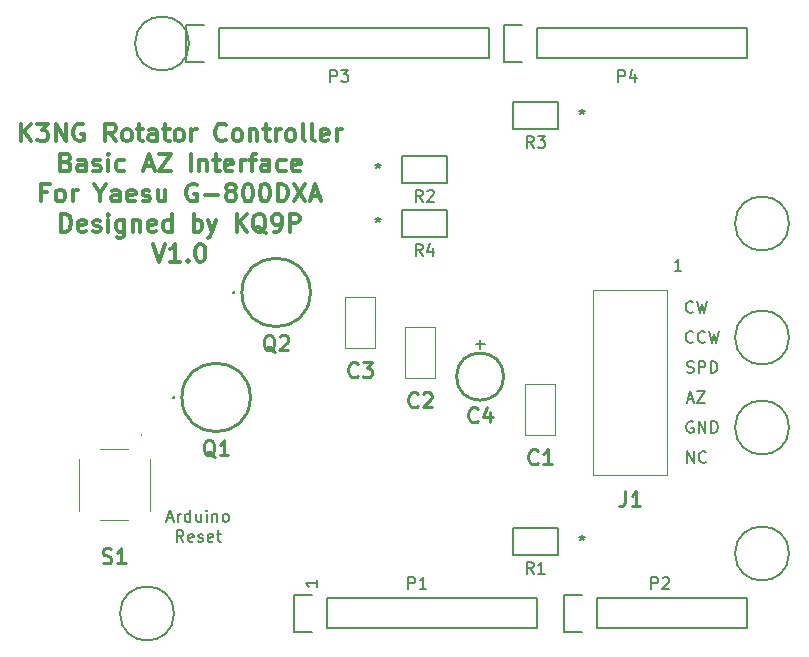
<source format=gto>
%TF.GenerationSoftware,KiCad,Pcbnew,(5.1.9)-1*%
%TF.CreationDate,2021-02-19T11:51:52-05:00*%
%TF.ProjectId,K3NG_rotator_shield,4b334e47-5f72-46f7-9461-746f725f7368,rev?*%
%TF.SameCoordinates,Original*%
%TF.FileFunction,Legend,Top*%
%TF.FilePolarity,Positive*%
%FSLAX46Y46*%
G04 Gerber Fmt 4.6, Leading zero omitted, Abs format (unit mm)*
G04 Created by KiCad (PCBNEW (5.1.9)-1) date 2021-02-19 11:51:52*
%MOMM*%
%LPD*%
G01*
G04 APERTURE LIST*
%ADD10C,0.150000*%
%ADD11C,0.200000*%
%ADD12C,0.300000*%
%ADD13C,0.100000*%
%ADD14C,0.152400*%
%ADD15C,0.254000*%
G04 APERTURE END LIST*
D10*
X152781047Y-101036428D02*
X153542952Y-101036428D01*
X153162000Y-101417380D02*
X153162000Y-100655476D01*
X170211714Y-94813380D02*
X169640285Y-94813380D01*
X169926000Y-94813380D02*
X169926000Y-93813380D01*
X169830761Y-93956238D01*
X169735523Y-94051476D01*
X169640285Y-94099095D01*
D11*
X126690761Y-115775666D02*
X127166952Y-115775666D01*
X126595523Y-116061380D02*
X126928857Y-115061380D01*
X127262190Y-116061380D01*
X127595523Y-116061380D02*
X127595523Y-115394714D01*
X127595523Y-115585190D02*
X127643142Y-115489952D01*
X127690761Y-115442333D01*
X127786000Y-115394714D01*
X127881238Y-115394714D01*
X128643142Y-116061380D02*
X128643142Y-115061380D01*
X128643142Y-116013761D02*
X128547904Y-116061380D01*
X128357428Y-116061380D01*
X128262190Y-116013761D01*
X128214571Y-115966142D01*
X128166952Y-115870904D01*
X128166952Y-115585190D01*
X128214571Y-115489952D01*
X128262190Y-115442333D01*
X128357428Y-115394714D01*
X128547904Y-115394714D01*
X128643142Y-115442333D01*
X129547904Y-115394714D02*
X129547904Y-116061380D01*
X129119333Y-115394714D02*
X129119333Y-115918523D01*
X129166952Y-116013761D01*
X129262190Y-116061380D01*
X129405047Y-116061380D01*
X129500285Y-116013761D01*
X129547904Y-115966142D01*
X130024095Y-116061380D02*
X130024095Y-115394714D01*
X130024095Y-115061380D02*
X129976476Y-115109000D01*
X130024095Y-115156619D01*
X130071714Y-115109000D01*
X130024095Y-115061380D01*
X130024095Y-115156619D01*
X130500285Y-115394714D02*
X130500285Y-116061380D01*
X130500285Y-115489952D02*
X130547904Y-115442333D01*
X130643142Y-115394714D01*
X130786000Y-115394714D01*
X130881238Y-115442333D01*
X130928857Y-115537571D01*
X130928857Y-116061380D01*
X131547904Y-116061380D02*
X131452666Y-116013761D01*
X131405047Y-115966142D01*
X131357428Y-115870904D01*
X131357428Y-115585190D01*
X131405047Y-115489952D01*
X131452666Y-115442333D01*
X131547904Y-115394714D01*
X131690761Y-115394714D01*
X131786000Y-115442333D01*
X131833619Y-115489952D01*
X131881238Y-115585190D01*
X131881238Y-115870904D01*
X131833619Y-115966142D01*
X131786000Y-116013761D01*
X131690761Y-116061380D01*
X131547904Y-116061380D01*
X128047904Y-117761380D02*
X127714571Y-117285190D01*
X127476476Y-117761380D02*
X127476476Y-116761380D01*
X127857428Y-116761380D01*
X127952666Y-116809000D01*
X128000285Y-116856619D01*
X128047904Y-116951857D01*
X128047904Y-117094714D01*
X128000285Y-117189952D01*
X127952666Y-117237571D01*
X127857428Y-117285190D01*
X127476476Y-117285190D01*
X128857428Y-117713761D02*
X128762190Y-117761380D01*
X128571714Y-117761380D01*
X128476476Y-117713761D01*
X128428857Y-117618523D01*
X128428857Y-117237571D01*
X128476476Y-117142333D01*
X128571714Y-117094714D01*
X128762190Y-117094714D01*
X128857428Y-117142333D01*
X128905047Y-117237571D01*
X128905047Y-117332809D01*
X128428857Y-117428047D01*
X129286000Y-117713761D02*
X129381238Y-117761380D01*
X129571714Y-117761380D01*
X129666952Y-117713761D01*
X129714571Y-117618523D01*
X129714571Y-117570904D01*
X129666952Y-117475666D01*
X129571714Y-117428047D01*
X129428857Y-117428047D01*
X129333619Y-117380428D01*
X129286000Y-117285190D01*
X129286000Y-117237571D01*
X129333619Y-117142333D01*
X129428857Y-117094714D01*
X129571714Y-117094714D01*
X129666952Y-117142333D01*
X130524095Y-117713761D02*
X130428857Y-117761380D01*
X130238380Y-117761380D01*
X130143142Y-117713761D01*
X130095523Y-117618523D01*
X130095523Y-117237571D01*
X130143142Y-117142333D01*
X130238380Y-117094714D01*
X130428857Y-117094714D01*
X130524095Y-117142333D01*
X130571714Y-117237571D01*
X130571714Y-117332809D01*
X130095523Y-117428047D01*
X130857428Y-117094714D02*
X131238380Y-117094714D01*
X131000285Y-116761380D02*
X131000285Y-117618523D01*
X131047904Y-117713761D01*
X131143142Y-117761380D01*
X131238380Y-117761380D01*
D12*
X114297714Y-83843571D02*
X114297714Y-82343571D01*
X115154857Y-83843571D02*
X114511999Y-82986428D01*
X115154857Y-82343571D02*
X114297714Y-83200714D01*
X115654857Y-82343571D02*
X116583428Y-82343571D01*
X116083428Y-82915000D01*
X116297714Y-82915000D01*
X116440571Y-82986428D01*
X116511999Y-83057857D01*
X116583428Y-83200714D01*
X116583428Y-83557857D01*
X116511999Y-83700714D01*
X116440571Y-83772142D01*
X116297714Y-83843571D01*
X115869142Y-83843571D01*
X115726285Y-83772142D01*
X115654857Y-83700714D01*
X117226285Y-83843571D02*
X117226285Y-82343571D01*
X118083428Y-83843571D01*
X118083428Y-82343571D01*
X119583428Y-82415000D02*
X119440571Y-82343571D01*
X119226285Y-82343571D01*
X119011999Y-82415000D01*
X118869142Y-82557857D01*
X118797714Y-82700714D01*
X118726285Y-82986428D01*
X118726285Y-83200714D01*
X118797714Y-83486428D01*
X118869142Y-83629285D01*
X119011999Y-83772142D01*
X119226285Y-83843571D01*
X119369142Y-83843571D01*
X119583428Y-83772142D01*
X119654857Y-83700714D01*
X119654857Y-83200714D01*
X119369142Y-83200714D01*
X122297714Y-83843571D02*
X121797714Y-83129285D01*
X121440571Y-83843571D02*
X121440571Y-82343571D01*
X122011999Y-82343571D01*
X122154857Y-82415000D01*
X122226285Y-82486428D01*
X122297714Y-82629285D01*
X122297714Y-82843571D01*
X122226285Y-82986428D01*
X122154857Y-83057857D01*
X122011999Y-83129285D01*
X121440571Y-83129285D01*
X123154857Y-83843571D02*
X123011999Y-83772142D01*
X122940571Y-83700714D01*
X122869142Y-83557857D01*
X122869142Y-83129285D01*
X122940571Y-82986428D01*
X123011999Y-82915000D01*
X123154857Y-82843571D01*
X123369142Y-82843571D01*
X123511999Y-82915000D01*
X123583428Y-82986428D01*
X123654857Y-83129285D01*
X123654857Y-83557857D01*
X123583428Y-83700714D01*
X123511999Y-83772142D01*
X123369142Y-83843571D01*
X123154857Y-83843571D01*
X124083428Y-82843571D02*
X124654857Y-82843571D01*
X124297714Y-82343571D02*
X124297714Y-83629285D01*
X124369142Y-83772142D01*
X124511999Y-83843571D01*
X124654857Y-83843571D01*
X125797714Y-83843571D02*
X125797714Y-83057857D01*
X125726285Y-82915000D01*
X125583428Y-82843571D01*
X125297714Y-82843571D01*
X125154857Y-82915000D01*
X125797714Y-83772142D02*
X125654857Y-83843571D01*
X125297714Y-83843571D01*
X125154857Y-83772142D01*
X125083428Y-83629285D01*
X125083428Y-83486428D01*
X125154857Y-83343571D01*
X125297714Y-83272142D01*
X125654857Y-83272142D01*
X125797714Y-83200714D01*
X126297714Y-82843571D02*
X126869142Y-82843571D01*
X126511999Y-82343571D02*
X126511999Y-83629285D01*
X126583428Y-83772142D01*
X126726285Y-83843571D01*
X126869142Y-83843571D01*
X127583428Y-83843571D02*
X127440571Y-83772142D01*
X127369142Y-83700714D01*
X127297714Y-83557857D01*
X127297714Y-83129285D01*
X127369142Y-82986428D01*
X127440571Y-82915000D01*
X127583428Y-82843571D01*
X127797714Y-82843571D01*
X127940571Y-82915000D01*
X128011999Y-82986428D01*
X128083428Y-83129285D01*
X128083428Y-83557857D01*
X128011999Y-83700714D01*
X127940571Y-83772142D01*
X127797714Y-83843571D01*
X127583428Y-83843571D01*
X128726285Y-83843571D02*
X128726285Y-82843571D01*
X128726285Y-83129285D02*
X128797714Y-82986428D01*
X128869142Y-82915000D01*
X129011999Y-82843571D01*
X129154857Y-82843571D01*
X131654857Y-83700714D02*
X131583428Y-83772142D01*
X131369142Y-83843571D01*
X131226285Y-83843571D01*
X131011999Y-83772142D01*
X130869142Y-83629285D01*
X130797714Y-83486428D01*
X130726285Y-83200714D01*
X130726285Y-82986428D01*
X130797714Y-82700714D01*
X130869142Y-82557857D01*
X131011999Y-82415000D01*
X131226285Y-82343571D01*
X131369142Y-82343571D01*
X131583428Y-82415000D01*
X131654857Y-82486428D01*
X132511999Y-83843571D02*
X132369142Y-83772142D01*
X132297714Y-83700714D01*
X132226285Y-83557857D01*
X132226285Y-83129285D01*
X132297714Y-82986428D01*
X132369142Y-82915000D01*
X132511999Y-82843571D01*
X132726285Y-82843571D01*
X132869142Y-82915000D01*
X132940571Y-82986428D01*
X133011999Y-83129285D01*
X133011999Y-83557857D01*
X132940571Y-83700714D01*
X132869142Y-83772142D01*
X132726285Y-83843571D01*
X132511999Y-83843571D01*
X133654857Y-82843571D02*
X133654857Y-83843571D01*
X133654857Y-82986428D02*
X133726285Y-82915000D01*
X133869142Y-82843571D01*
X134083428Y-82843571D01*
X134226285Y-82915000D01*
X134297714Y-83057857D01*
X134297714Y-83843571D01*
X134797714Y-82843571D02*
X135369142Y-82843571D01*
X135012000Y-82343571D02*
X135012000Y-83629285D01*
X135083428Y-83772142D01*
X135226285Y-83843571D01*
X135369142Y-83843571D01*
X135869142Y-83843571D02*
X135869142Y-82843571D01*
X135869142Y-83129285D02*
X135940571Y-82986428D01*
X136012000Y-82915000D01*
X136154857Y-82843571D01*
X136297714Y-82843571D01*
X137012000Y-83843571D02*
X136869142Y-83772142D01*
X136797714Y-83700714D01*
X136726285Y-83557857D01*
X136726285Y-83129285D01*
X136797714Y-82986428D01*
X136869142Y-82915000D01*
X137012000Y-82843571D01*
X137226285Y-82843571D01*
X137369142Y-82915000D01*
X137440571Y-82986428D01*
X137512000Y-83129285D01*
X137512000Y-83557857D01*
X137440571Y-83700714D01*
X137369142Y-83772142D01*
X137226285Y-83843571D01*
X137012000Y-83843571D01*
X138369142Y-83843571D02*
X138226285Y-83772142D01*
X138154857Y-83629285D01*
X138154857Y-82343571D01*
X139154857Y-83843571D02*
X139012000Y-83772142D01*
X138940571Y-83629285D01*
X138940571Y-82343571D01*
X140297714Y-83772142D02*
X140154857Y-83843571D01*
X139869142Y-83843571D01*
X139726285Y-83772142D01*
X139654857Y-83629285D01*
X139654857Y-83057857D01*
X139726285Y-82915000D01*
X139869142Y-82843571D01*
X140154857Y-82843571D01*
X140297714Y-82915000D01*
X140369142Y-83057857D01*
X140369142Y-83200714D01*
X139654857Y-83343571D01*
X141012000Y-83843571D02*
X141012000Y-82843571D01*
X141012000Y-83129285D02*
X141083428Y-82986428D01*
X141154857Y-82915000D01*
X141297714Y-82843571D01*
X141440571Y-82843571D01*
X118119142Y-85607857D02*
X118333428Y-85679285D01*
X118404857Y-85750714D01*
X118476285Y-85893571D01*
X118476285Y-86107857D01*
X118404857Y-86250714D01*
X118333428Y-86322142D01*
X118190571Y-86393571D01*
X117619142Y-86393571D01*
X117619142Y-84893571D01*
X118119142Y-84893571D01*
X118262000Y-84965000D01*
X118333428Y-85036428D01*
X118404857Y-85179285D01*
X118404857Y-85322142D01*
X118333428Y-85465000D01*
X118262000Y-85536428D01*
X118119142Y-85607857D01*
X117619142Y-85607857D01*
X119762000Y-86393571D02*
X119762000Y-85607857D01*
X119690571Y-85465000D01*
X119547714Y-85393571D01*
X119262000Y-85393571D01*
X119119142Y-85465000D01*
X119762000Y-86322142D02*
X119619142Y-86393571D01*
X119262000Y-86393571D01*
X119119142Y-86322142D01*
X119047714Y-86179285D01*
X119047714Y-86036428D01*
X119119142Y-85893571D01*
X119262000Y-85822142D01*
X119619142Y-85822142D01*
X119762000Y-85750714D01*
X120404857Y-86322142D02*
X120547714Y-86393571D01*
X120833428Y-86393571D01*
X120976285Y-86322142D01*
X121047714Y-86179285D01*
X121047714Y-86107857D01*
X120976285Y-85965000D01*
X120833428Y-85893571D01*
X120619142Y-85893571D01*
X120476285Y-85822142D01*
X120404857Y-85679285D01*
X120404857Y-85607857D01*
X120476285Y-85465000D01*
X120619142Y-85393571D01*
X120833428Y-85393571D01*
X120976285Y-85465000D01*
X121690571Y-86393571D02*
X121690571Y-85393571D01*
X121690571Y-84893571D02*
X121619142Y-84965000D01*
X121690571Y-85036428D01*
X121762000Y-84965000D01*
X121690571Y-84893571D01*
X121690571Y-85036428D01*
X123047714Y-86322142D02*
X122904857Y-86393571D01*
X122619142Y-86393571D01*
X122476285Y-86322142D01*
X122404857Y-86250714D01*
X122333428Y-86107857D01*
X122333428Y-85679285D01*
X122404857Y-85536428D01*
X122476285Y-85465000D01*
X122619142Y-85393571D01*
X122904857Y-85393571D01*
X123047714Y-85465000D01*
X124762000Y-85965000D02*
X125476285Y-85965000D01*
X124619142Y-86393571D02*
X125119142Y-84893571D01*
X125619142Y-86393571D01*
X125976285Y-84893571D02*
X126976285Y-84893571D01*
X125976285Y-86393571D01*
X126976285Y-86393571D01*
X128690571Y-86393571D02*
X128690571Y-84893571D01*
X129404857Y-85393571D02*
X129404857Y-86393571D01*
X129404857Y-85536428D02*
X129476285Y-85465000D01*
X129619142Y-85393571D01*
X129833428Y-85393571D01*
X129976285Y-85465000D01*
X130047714Y-85607857D01*
X130047714Y-86393571D01*
X130547714Y-85393571D02*
X131119142Y-85393571D01*
X130762000Y-84893571D02*
X130762000Y-86179285D01*
X130833428Y-86322142D01*
X130976285Y-86393571D01*
X131119142Y-86393571D01*
X132190571Y-86322142D02*
X132047714Y-86393571D01*
X131762000Y-86393571D01*
X131619142Y-86322142D01*
X131547714Y-86179285D01*
X131547714Y-85607857D01*
X131619142Y-85465000D01*
X131762000Y-85393571D01*
X132047714Y-85393571D01*
X132190571Y-85465000D01*
X132262000Y-85607857D01*
X132262000Y-85750714D01*
X131547714Y-85893571D01*
X132904857Y-86393571D02*
X132904857Y-85393571D01*
X132904857Y-85679285D02*
X132976285Y-85536428D01*
X133047714Y-85465000D01*
X133190571Y-85393571D01*
X133333428Y-85393571D01*
X133619142Y-85393571D02*
X134190571Y-85393571D01*
X133833428Y-86393571D02*
X133833428Y-85107857D01*
X133904857Y-84965000D01*
X134047714Y-84893571D01*
X134190571Y-84893571D01*
X135333428Y-86393571D02*
X135333428Y-85607857D01*
X135262000Y-85465000D01*
X135119142Y-85393571D01*
X134833428Y-85393571D01*
X134690571Y-85465000D01*
X135333428Y-86322142D02*
X135190571Y-86393571D01*
X134833428Y-86393571D01*
X134690571Y-86322142D01*
X134619142Y-86179285D01*
X134619142Y-86036428D01*
X134690571Y-85893571D01*
X134833428Y-85822142D01*
X135190571Y-85822142D01*
X135333428Y-85750714D01*
X136690571Y-86322142D02*
X136547714Y-86393571D01*
X136262000Y-86393571D01*
X136119142Y-86322142D01*
X136047714Y-86250714D01*
X135976285Y-86107857D01*
X135976285Y-85679285D01*
X136047714Y-85536428D01*
X136119142Y-85465000D01*
X136262000Y-85393571D01*
X136547714Y-85393571D01*
X136690571Y-85465000D01*
X137904857Y-86322142D02*
X137762000Y-86393571D01*
X137476285Y-86393571D01*
X137333428Y-86322142D01*
X137262000Y-86179285D01*
X137262000Y-85607857D01*
X137333428Y-85465000D01*
X137476285Y-85393571D01*
X137762000Y-85393571D01*
X137904857Y-85465000D01*
X137976285Y-85607857D01*
X137976285Y-85750714D01*
X137262000Y-85893571D01*
X116512000Y-88157857D02*
X116012000Y-88157857D01*
X116012000Y-88943571D02*
X116012000Y-87443571D01*
X116726285Y-87443571D01*
X117512000Y-88943571D02*
X117369142Y-88872142D01*
X117297714Y-88800714D01*
X117226285Y-88657857D01*
X117226285Y-88229285D01*
X117297714Y-88086428D01*
X117369142Y-88015000D01*
X117512000Y-87943571D01*
X117726285Y-87943571D01*
X117869142Y-88015000D01*
X117940571Y-88086428D01*
X118012000Y-88229285D01*
X118012000Y-88657857D01*
X117940571Y-88800714D01*
X117869142Y-88872142D01*
X117726285Y-88943571D01*
X117512000Y-88943571D01*
X118654857Y-88943571D02*
X118654857Y-87943571D01*
X118654857Y-88229285D02*
X118726285Y-88086428D01*
X118797714Y-88015000D01*
X118940571Y-87943571D01*
X119083428Y-87943571D01*
X121012000Y-88229285D02*
X121012000Y-88943571D01*
X120512000Y-87443571D02*
X121012000Y-88229285D01*
X121512000Y-87443571D01*
X122654857Y-88943571D02*
X122654857Y-88157857D01*
X122583428Y-88015000D01*
X122440571Y-87943571D01*
X122154857Y-87943571D01*
X122012000Y-88015000D01*
X122654857Y-88872142D02*
X122512000Y-88943571D01*
X122154857Y-88943571D01*
X122012000Y-88872142D01*
X121940571Y-88729285D01*
X121940571Y-88586428D01*
X122012000Y-88443571D01*
X122154857Y-88372142D01*
X122512000Y-88372142D01*
X122654857Y-88300714D01*
X123940571Y-88872142D02*
X123797714Y-88943571D01*
X123512000Y-88943571D01*
X123369142Y-88872142D01*
X123297714Y-88729285D01*
X123297714Y-88157857D01*
X123369142Y-88015000D01*
X123512000Y-87943571D01*
X123797714Y-87943571D01*
X123940571Y-88015000D01*
X124012000Y-88157857D01*
X124012000Y-88300714D01*
X123297714Y-88443571D01*
X124583428Y-88872142D02*
X124726285Y-88943571D01*
X125012000Y-88943571D01*
X125154857Y-88872142D01*
X125226285Y-88729285D01*
X125226285Y-88657857D01*
X125154857Y-88515000D01*
X125012000Y-88443571D01*
X124797714Y-88443571D01*
X124654857Y-88372142D01*
X124583428Y-88229285D01*
X124583428Y-88157857D01*
X124654857Y-88015000D01*
X124797714Y-87943571D01*
X125012000Y-87943571D01*
X125154857Y-88015000D01*
X126512000Y-87943571D02*
X126512000Y-88943571D01*
X125869142Y-87943571D02*
X125869142Y-88729285D01*
X125940571Y-88872142D01*
X126083428Y-88943571D01*
X126297714Y-88943571D01*
X126440571Y-88872142D01*
X126512000Y-88800714D01*
X129154857Y-87515000D02*
X129012000Y-87443571D01*
X128797714Y-87443571D01*
X128583428Y-87515000D01*
X128440571Y-87657857D01*
X128369142Y-87800714D01*
X128297714Y-88086428D01*
X128297714Y-88300714D01*
X128369142Y-88586428D01*
X128440571Y-88729285D01*
X128583428Y-88872142D01*
X128797714Y-88943571D01*
X128940571Y-88943571D01*
X129154857Y-88872142D01*
X129226285Y-88800714D01*
X129226285Y-88300714D01*
X128940571Y-88300714D01*
X129869142Y-88372142D02*
X131012000Y-88372142D01*
X131940571Y-88086428D02*
X131797714Y-88015000D01*
X131726285Y-87943571D01*
X131654857Y-87800714D01*
X131654857Y-87729285D01*
X131726285Y-87586428D01*
X131797714Y-87515000D01*
X131940571Y-87443571D01*
X132226285Y-87443571D01*
X132369142Y-87515000D01*
X132440571Y-87586428D01*
X132512000Y-87729285D01*
X132512000Y-87800714D01*
X132440571Y-87943571D01*
X132369142Y-88015000D01*
X132226285Y-88086428D01*
X131940571Y-88086428D01*
X131797714Y-88157857D01*
X131726285Y-88229285D01*
X131654857Y-88372142D01*
X131654857Y-88657857D01*
X131726285Y-88800714D01*
X131797714Y-88872142D01*
X131940571Y-88943571D01*
X132226285Y-88943571D01*
X132369142Y-88872142D01*
X132440571Y-88800714D01*
X132512000Y-88657857D01*
X132512000Y-88372142D01*
X132440571Y-88229285D01*
X132369142Y-88157857D01*
X132226285Y-88086428D01*
X133440571Y-87443571D02*
X133583428Y-87443571D01*
X133726285Y-87515000D01*
X133797714Y-87586428D01*
X133869142Y-87729285D01*
X133940571Y-88015000D01*
X133940571Y-88372142D01*
X133869142Y-88657857D01*
X133797714Y-88800714D01*
X133726285Y-88872142D01*
X133583428Y-88943571D01*
X133440571Y-88943571D01*
X133297714Y-88872142D01*
X133226285Y-88800714D01*
X133154857Y-88657857D01*
X133083428Y-88372142D01*
X133083428Y-88015000D01*
X133154857Y-87729285D01*
X133226285Y-87586428D01*
X133297714Y-87515000D01*
X133440571Y-87443571D01*
X134869142Y-87443571D02*
X135012000Y-87443571D01*
X135154857Y-87515000D01*
X135226285Y-87586428D01*
X135297714Y-87729285D01*
X135369142Y-88015000D01*
X135369142Y-88372142D01*
X135297714Y-88657857D01*
X135226285Y-88800714D01*
X135154857Y-88872142D01*
X135012000Y-88943571D01*
X134869142Y-88943571D01*
X134726285Y-88872142D01*
X134654857Y-88800714D01*
X134583428Y-88657857D01*
X134512000Y-88372142D01*
X134512000Y-88015000D01*
X134583428Y-87729285D01*
X134654857Y-87586428D01*
X134726285Y-87515000D01*
X134869142Y-87443571D01*
X136012000Y-88943571D02*
X136012000Y-87443571D01*
X136369142Y-87443571D01*
X136583428Y-87515000D01*
X136726285Y-87657857D01*
X136797714Y-87800714D01*
X136869142Y-88086428D01*
X136869142Y-88300714D01*
X136797714Y-88586428D01*
X136726285Y-88729285D01*
X136583428Y-88872142D01*
X136369142Y-88943571D01*
X136012000Y-88943571D01*
X137369142Y-87443571D02*
X138369142Y-88943571D01*
X138369142Y-87443571D02*
X137369142Y-88943571D01*
X138869142Y-88515000D02*
X139583428Y-88515000D01*
X138726285Y-88943571D02*
X139226285Y-87443571D01*
X139726285Y-88943571D01*
X117690571Y-91493571D02*
X117690571Y-89993571D01*
X118047714Y-89993571D01*
X118262000Y-90065000D01*
X118404857Y-90207857D01*
X118476285Y-90350714D01*
X118547714Y-90636428D01*
X118547714Y-90850714D01*
X118476285Y-91136428D01*
X118404857Y-91279285D01*
X118262000Y-91422142D01*
X118047714Y-91493571D01*
X117690571Y-91493571D01*
X119762000Y-91422142D02*
X119619142Y-91493571D01*
X119333428Y-91493571D01*
X119190571Y-91422142D01*
X119119142Y-91279285D01*
X119119142Y-90707857D01*
X119190571Y-90565000D01*
X119333428Y-90493571D01*
X119619142Y-90493571D01*
X119762000Y-90565000D01*
X119833428Y-90707857D01*
X119833428Y-90850714D01*
X119119142Y-90993571D01*
X120404857Y-91422142D02*
X120547714Y-91493571D01*
X120833428Y-91493571D01*
X120976285Y-91422142D01*
X121047714Y-91279285D01*
X121047714Y-91207857D01*
X120976285Y-91065000D01*
X120833428Y-90993571D01*
X120619142Y-90993571D01*
X120476285Y-90922142D01*
X120404857Y-90779285D01*
X120404857Y-90707857D01*
X120476285Y-90565000D01*
X120619142Y-90493571D01*
X120833428Y-90493571D01*
X120976285Y-90565000D01*
X121690571Y-91493571D02*
X121690571Y-90493571D01*
X121690571Y-89993571D02*
X121619142Y-90065000D01*
X121690571Y-90136428D01*
X121762000Y-90065000D01*
X121690571Y-89993571D01*
X121690571Y-90136428D01*
X123047714Y-90493571D02*
X123047714Y-91707857D01*
X122976285Y-91850714D01*
X122904857Y-91922142D01*
X122762000Y-91993571D01*
X122547714Y-91993571D01*
X122404857Y-91922142D01*
X123047714Y-91422142D02*
X122904857Y-91493571D01*
X122619142Y-91493571D01*
X122476285Y-91422142D01*
X122404857Y-91350714D01*
X122333428Y-91207857D01*
X122333428Y-90779285D01*
X122404857Y-90636428D01*
X122476285Y-90565000D01*
X122619142Y-90493571D01*
X122904857Y-90493571D01*
X123047714Y-90565000D01*
X123762000Y-90493571D02*
X123762000Y-91493571D01*
X123762000Y-90636428D02*
X123833428Y-90565000D01*
X123976285Y-90493571D01*
X124190571Y-90493571D01*
X124333428Y-90565000D01*
X124404857Y-90707857D01*
X124404857Y-91493571D01*
X125690571Y-91422142D02*
X125547714Y-91493571D01*
X125262000Y-91493571D01*
X125119142Y-91422142D01*
X125047714Y-91279285D01*
X125047714Y-90707857D01*
X125119142Y-90565000D01*
X125262000Y-90493571D01*
X125547714Y-90493571D01*
X125690571Y-90565000D01*
X125762000Y-90707857D01*
X125762000Y-90850714D01*
X125047714Y-90993571D01*
X127047714Y-91493571D02*
X127047714Y-89993571D01*
X127047714Y-91422142D02*
X126904857Y-91493571D01*
X126619142Y-91493571D01*
X126476285Y-91422142D01*
X126404857Y-91350714D01*
X126333428Y-91207857D01*
X126333428Y-90779285D01*
X126404857Y-90636428D01*
X126476285Y-90565000D01*
X126619142Y-90493571D01*
X126904857Y-90493571D01*
X127047714Y-90565000D01*
X128904857Y-91493571D02*
X128904857Y-89993571D01*
X128904857Y-90565000D02*
X129047714Y-90493571D01*
X129333428Y-90493571D01*
X129476285Y-90565000D01*
X129547714Y-90636428D01*
X129619142Y-90779285D01*
X129619142Y-91207857D01*
X129547714Y-91350714D01*
X129476285Y-91422142D01*
X129333428Y-91493571D01*
X129047714Y-91493571D01*
X128904857Y-91422142D01*
X130119142Y-90493571D02*
X130476285Y-91493571D01*
X130833428Y-90493571D02*
X130476285Y-91493571D01*
X130333428Y-91850714D01*
X130262000Y-91922142D01*
X130119142Y-91993571D01*
X132547714Y-91493571D02*
X132547714Y-89993571D01*
X133404857Y-91493571D02*
X132762000Y-90636428D01*
X133404857Y-89993571D02*
X132547714Y-90850714D01*
X135047714Y-91636428D02*
X134904857Y-91565000D01*
X134762000Y-91422142D01*
X134547714Y-91207857D01*
X134404857Y-91136428D01*
X134262000Y-91136428D01*
X134333428Y-91493571D02*
X134190571Y-91422142D01*
X134047714Y-91279285D01*
X133976285Y-90993571D01*
X133976285Y-90493571D01*
X134047714Y-90207857D01*
X134190571Y-90065000D01*
X134333428Y-89993571D01*
X134619142Y-89993571D01*
X134762000Y-90065000D01*
X134904857Y-90207857D01*
X134976285Y-90493571D01*
X134976285Y-90993571D01*
X134904857Y-91279285D01*
X134762000Y-91422142D01*
X134619142Y-91493571D01*
X134333428Y-91493571D01*
X135690571Y-91493571D02*
X135976285Y-91493571D01*
X136119142Y-91422142D01*
X136190571Y-91350714D01*
X136333428Y-91136428D01*
X136404857Y-90850714D01*
X136404857Y-90279285D01*
X136333428Y-90136428D01*
X136262000Y-90065000D01*
X136119142Y-89993571D01*
X135833428Y-89993571D01*
X135690571Y-90065000D01*
X135619142Y-90136428D01*
X135547714Y-90279285D01*
X135547714Y-90636428D01*
X135619142Y-90779285D01*
X135690571Y-90850714D01*
X135833428Y-90922142D01*
X136119142Y-90922142D01*
X136262000Y-90850714D01*
X136333428Y-90779285D01*
X136404857Y-90636428D01*
X137047714Y-91493571D02*
X137047714Y-89993571D01*
X137619142Y-89993571D01*
X137762000Y-90065000D01*
X137833428Y-90136428D01*
X137904857Y-90279285D01*
X137904857Y-90493571D01*
X137833428Y-90636428D01*
X137762000Y-90707857D01*
X137619142Y-90779285D01*
X137047714Y-90779285D01*
X125476285Y-92543571D02*
X125976285Y-94043571D01*
X126476285Y-92543571D01*
X127762000Y-94043571D02*
X126904857Y-94043571D01*
X127333428Y-94043571D02*
X127333428Y-92543571D01*
X127190571Y-92757857D01*
X127047714Y-92900714D01*
X126904857Y-92972142D01*
X128404857Y-93900714D02*
X128476285Y-93972142D01*
X128404857Y-94043571D01*
X128333428Y-93972142D01*
X128404857Y-93900714D01*
X128404857Y-94043571D01*
X129404857Y-92543571D02*
X129547714Y-92543571D01*
X129690571Y-92615000D01*
X129762000Y-92686428D01*
X129833428Y-92829285D01*
X129904857Y-93115000D01*
X129904857Y-93472142D01*
X129833428Y-93757857D01*
X129762000Y-93900714D01*
X129690571Y-93972142D01*
X129547714Y-94043571D01*
X129404857Y-94043571D01*
X129262000Y-93972142D01*
X129190571Y-93900714D01*
X129119142Y-93757857D01*
X129047714Y-93472142D01*
X129047714Y-93115000D01*
X129119142Y-92829285D01*
X129190571Y-92686428D01*
X129262000Y-92615000D01*
X129404857Y-92543571D01*
D11*
X171196095Y-107577000D02*
X171100857Y-107529380D01*
X170958000Y-107529380D01*
X170815142Y-107577000D01*
X170719904Y-107672238D01*
X170672285Y-107767476D01*
X170624666Y-107957952D01*
X170624666Y-108100809D01*
X170672285Y-108291285D01*
X170719904Y-108386523D01*
X170815142Y-108481761D01*
X170958000Y-108529380D01*
X171053238Y-108529380D01*
X171196095Y-108481761D01*
X171243714Y-108434142D01*
X171243714Y-108100809D01*
X171053238Y-108100809D01*
X171672285Y-108529380D02*
X171672285Y-107529380D01*
X172243714Y-108529380D01*
X172243714Y-107529380D01*
X172719904Y-108529380D02*
X172719904Y-107529380D01*
X172958000Y-107529380D01*
X173100857Y-107577000D01*
X173196095Y-107672238D01*
X173243714Y-107767476D01*
X173291333Y-107957952D01*
X173291333Y-108100809D01*
X173243714Y-108291285D01*
X173196095Y-108386523D01*
X173100857Y-108481761D01*
X172958000Y-108529380D01*
X172719904Y-108529380D01*
X170664285Y-111069380D02*
X170664285Y-110069380D01*
X171235714Y-111069380D01*
X171235714Y-110069380D01*
X172283333Y-110974142D02*
X172235714Y-111021761D01*
X172092857Y-111069380D01*
X171997619Y-111069380D01*
X171854761Y-111021761D01*
X171759523Y-110926523D01*
X171711904Y-110831285D01*
X171664285Y-110640809D01*
X171664285Y-110497952D01*
X171711904Y-110307476D01*
X171759523Y-110212238D01*
X171854761Y-110117000D01*
X171997619Y-110069380D01*
X172092857Y-110069380D01*
X172235714Y-110117000D01*
X172283333Y-110164619D01*
X170735714Y-105703666D02*
X171211904Y-105703666D01*
X170640476Y-105989380D02*
X170973809Y-104989380D01*
X171307142Y-105989380D01*
X171545238Y-104989380D02*
X172211904Y-104989380D01*
X171545238Y-105989380D01*
X172211904Y-105989380D01*
X170672285Y-103401761D02*
X170815142Y-103449380D01*
X171053238Y-103449380D01*
X171148476Y-103401761D01*
X171196095Y-103354142D01*
X171243714Y-103258904D01*
X171243714Y-103163666D01*
X171196095Y-103068428D01*
X171148476Y-103020809D01*
X171053238Y-102973190D01*
X170862761Y-102925571D01*
X170767523Y-102877952D01*
X170719904Y-102830333D01*
X170672285Y-102735095D01*
X170672285Y-102639857D01*
X170719904Y-102544619D01*
X170767523Y-102497000D01*
X170862761Y-102449380D01*
X171100857Y-102449380D01*
X171243714Y-102497000D01*
X171672285Y-103449380D02*
X171672285Y-102449380D01*
X172053238Y-102449380D01*
X172148476Y-102497000D01*
X172196095Y-102544619D01*
X172243714Y-102639857D01*
X172243714Y-102782714D01*
X172196095Y-102877952D01*
X172148476Y-102925571D01*
X172053238Y-102973190D01*
X171672285Y-102973190D01*
X172672285Y-103449380D02*
X172672285Y-102449380D01*
X172910380Y-102449380D01*
X173053238Y-102497000D01*
X173148476Y-102592238D01*
X173196095Y-102687476D01*
X173243714Y-102877952D01*
X173243714Y-103020809D01*
X173196095Y-103211285D01*
X173148476Y-103306523D01*
X173053238Y-103401761D01*
X172910380Y-103449380D01*
X172672285Y-103449380D01*
X171196095Y-100814142D02*
X171148476Y-100861761D01*
X171005619Y-100909380D01*
X170910380Y-100909380D01*
X170767523Y-100861761D01*
X170672285Y-100766523D01*
X170624666Y-100671285D01*
X170577047Y-100480809D01*
X170577047Y-100337952D01*
X170624666Y-100147476D01*
X170672285Y-100052238D01*
X170767523Y-99957000D01*
X170910380Y-99909380D01*
X171005619Y-99909380D01*
X171148476Y-99957000D01*
X171196095Y-100004619D01*
X172196095Y-100814142D02*
X172148476Y-100861761D01*
X172005619Y-100909380D01*
X171910380Y-100909380D01*
X171767523Y-100861761D01*
X171672285Y-100766523D01*
X171624666Y-100671285D01*
X171577047Y-100480809D01*
X171577047Y-100337952D01*
X171624666Y-100147476D01*
X171672285Y-100052238D01*
X171767523Y-99957000D01*
X171910380Y-99909380D01*
X172005619Y-99909380D01*
X172148476Y-99957000D01*
X172196095Y-100004619D01*
X172529428Y-99909380D02*
X172767523Y-100909380D01*
X172958000Y-100195095D01*
X173148476Y-100909380D01*
X173386571Y-99909380D01*
X171188095Y-98274142D02*
X171140476Y-98321761D01*
X170997619Y-98369380D01*
X170902380Y-98369380D01*
X170759523Y-98321761D01*
X170664285Y-98226523D01*
X170616666Y-98131285D01*
X170569047Y-97940809D01*
X170569047Y-97797952D01*
X170616666Y-97607476D01*
X170664285Y-97512238D01*
X170759523Y-97417000D01*
X170902380Y-97369380D01*
X170997619Y-97369380D01*
X171140476Y-97417000D01*
X171188095Y-97464619D01*
X171521428Y-97369380D02*
X171759523Y-98369380D01*
X171950000Y-97655095D01*
X172140476Y-98369380D01*
X172378571Y-97369380D01*
D10*
X139390380Y-120999285D02*
X139390380Y-121570714D01*
X139390380Y-121285000D02*
X138390380Y-121285000D01*
X138533238Y-121380238D01*
X138628476Y-121475476D01*
X138676095Y-121570714D01*
D13*
%TO.C,S1*%
X125174000Y-110720000D02*
X125174000Y-115120000D01*
X119174000Y-110720000D02*
X119174000Y-115120000D01*
X123374000Y-109920000D02*
X120974000Y-109920000D01*
X123374000Y-115920000D02*
X120974000Y-115920000D01*
X124474000Y-108720000D02*
X124474000Y-108720000D01*
X124474000Y-108620000D02*
X124474000Y-108620000D01*
X124474000Y-108720000D02*
G75*
G03*
X124474000Y-108620000I0J50000D01*
G01*
X124474000Y-108620000D02*
G75*
G03*
X124474000Y-108720000I0J-50000D01*
G01*
D14*
%TO.C,R3*%
X159791400Y-80530700D02*
X155930600Y-80530700D01*
X155930600Y-80530700D02*
X155930600Y-82791300D01*
X155930600Y-82791300D02*
X159791400Y-82791300D01*
X159791400Y-82791300D02*
X159791400Y-80530700D01*
%TO.C,R4*%
X146532600Y-91935300D02*
X150393400Y-91935300D01*
X150393400Y-91935300D02*
X150393400Y-89674700D01*
X150393400Y-89674700D02*
X146532600Y-89674700D01*
X146532600Y-89674700D02*
X146532600Y-91935300D01*
%TO.C,R2*%
X146532600Y-87363300D02*
X150393400Y-87363300D01*
X150393400Y-87363300D02*
X150393400Y-85102700D01*
X150393400Y-85102700D02*
X146532600Y-85102700D01*
X146532600Y-85102700D02*
X146532600Y-87363300D01*
%TO.C,R1*%
X159791400Y-116598700D02*
X155930600Y-116598700D01*
X155930600Y-116598700D02*
X155930600Y-118859300D01*
X155930600Y-118859300D02*
X159791400Y-118859300D01*
X159791400Y-118859300D02*
X159791400Y-116598700D01*
D15*
%TO.C,Q2*%
X132309000Y-96633000D02*
G75*
G03*
X132309000Y-96633000I-43000J0D01*
G01*
X138790000Y-96647000D02*
G75*
G03*
X138790000Y-96647000I-2900000J0D01*
G01*
%TO.C,Q1*%
X127229000Y-105523000D02*
G75*
G03*
X127229000Y-105523000I-43000J0D01*
G01*
X133710000Y-105537000D02*
G75*
G03*
X133710000Y-105537000I-2900000J0D01*
G01*
%TO.C,C4*%
X155162000Y-103771000D02*
G75*
G03*
X155162000Y-103771000I-2000000J0D01*
G01*
D13*
%TO.C,C3*%
X141752000Y-97017000D02*
X144252000Y-97017000D01*
X141752000Y-101317000D02*
X141752000Y-97017000D01*
X144252000Y-101317000D02*
X141752000Y-101317000D01*
X144252000Y-97017000D02*
X144252000Y-101317000D01*
%TO.C,C2*%
X149332000Y-103897000D02*
X146832000Y-103897000D01*
X149332000Y-99597000D02*
X149332000Y-103897000D01*
X146832000Y-99597000D02*
X149332000Y-99597000D01*
X146832000Y-103897000D02*
X146832000Y-99597000D01*
%TO.C,C1*%
X159492000Y-108723000D02*
X156992000Y-108723000D01*
X159492000Y-104423000D02*
X159492000Y-108723000D01*
X156992000Y-104423000D02*
X159492000Y-104423000D01*
X156992000Y-108723000D02*
X156992000Y-104423000D01*
D10*
%TO.C,P8*%
X179324000Y-108077000D02*
G75*
G03*
X179324000Y-108077000I-2286000J0D01*
G01*
X179324000Y-100457000D02*
G75*
G03*
X179324000Y-100457000I-2286000J0D01*
G01*
D13*
%TO.C,J1*%
X162762000Y-96417000D02*
X168962000Y-96417000D01*
X162762000Y-112117000D02*
X162762000Y-96417000D01*
X168962000Y-112117000D02*
X162762000Y-112117000D01*
X168962000Y-96417000D02*
X168962000Y-112117000D01*
D10*
%TO.C,P1*%
X137388000Y-122275000D02*
X137388000Y-125375000D01*
X138938000Y-122275000D02*
X137388000Y-122275000D01*
X140208000Y-125095000D02*
X140208000Y-122555000D01*
X137388000Y-125375000D02*
X138938000Y-125375000D01*
X157988000Y-122555000D02*
X140208000Y-122555000D01*
X157988000Y-125095000D02*
X157988000Y-122555000D01*
X140208000Y-125095000D02*
X157988000Y-125095000D01*
%TO.C,P2*%
X160248000Y-122275000D02*
X160248000Y-125375000D01*
X161798000Y-122275000D02*
X160248000Y-122275000D01*
X163068000Y-125095000D02*
X163068000Y-122555000D01*
X160248000Y-125375000D02*
X161798000Y-125375000D01*
X175768000Y-122555000D02*
X163068000Y-122555000D01*
X175768000Y-125095000D02*
X175768000Y-122555000D01*
X163068000Y-125095000D02*
X175768000Y-125095000D01*
%TO.C,P3*%
X128244000Y-74015000D02*
X128244000Y-77115000D01*
X129794000Y-74015000D02*
X128244000Y-74015000D01*
X131064000Y-76835000D02*
X131064000Y-74295000D01*
X128244000Y-77115000D02*
X129794000Y-77115000D01*
X153924000Y-74295000D02*
X131064000Y-74295000D01*
X153924000Y-76835000D02*
X153924000Y-74295000D01*
X131064000Y-76835000D02*
X153924000Y-76835000D01*
%TO.C,P4*%
X155168000Y-74015000D02*
X155168000Y-77115000D01*
X156718000Y-74015000D02*
X155168000Y-74015000D01*
X157988000Y-76835000D02*
X157988000Y-74295000D01*
X155168000Y-77115000D02*
X156718000Y-77115000D01*
X175768000Y-74295000D02*
X157988000Y-74295000D01*
X175768000Y-76835000D02*
X175768000Y-74295000D01*
X157988000Y-76835000D02*
X175768000Y-76835000D01*
%TO.C,P5*%
X127254000Y-123825000D02*
G75*
G03*
X127254000Y-123825000I-2286000J0D01*
G01*
%TO.C,P6*%
X179324000Y-118745000D02*
G75*
G03*
X179324000Y-118745000I-2286000J0D01*
G01*
%TO.C,P7*%
X128524000Y-75565000D02*
G75*
G03*
X128524000Y-75565000I-2286000J0D01*
G01*
%TO.C,P8*%
X179324000Y-90805000D02*
G75*
G03*
X179324000Y-90805000I-2286000J0D01*
G01*
%TO.C,S1*%
D15*
X121206380Y-119513047D02*
X121387809Y-119573523D01*
X121690190Y-119573523D01*
X121811142Y-119513047D01*
X121871619Y-119452571D01*
X121932095Y-119331619D01*
X121932095Y-119210666D01*
X121871619Y-119089714D01*
X121811142Y-119029238D01*
X121690190Y-118968761D01*
X121448285Y-118908285D01*
X121327333Y-118847809D01*
X121266857Y-118787333D01*
X121206380Y-118666380D01*
X121206380Y-118545428D01*
X121266857Y-118424476D01*
X121327333Y-118364000D01*
X121448285Y-118303523D01*
X121750666Y-118303523D01*
X121932095Y-118364000D01*
X123141619Y-119573523D02*
X122415904Y-119573523D01*
X122778761Y-119573523D02*
X122778761Y-118303523D01*
X122657809Y-118484952D01*
X122536857Y-118605904D01*
X122415904Y-118666380D01*
%TO.C,R3*%
D10*
X157694333Y-84399380D02*
X157361000Y-83923190D01*
X157122904Y-84399380D02*
X157122904Y-83399380D01*
X157503857Y-83399380D01*
X157599095Y-83447000D01*
X157646714Y-83494619D01*
X157694333Y-83589857D01*
X157694333Y-83732714D01*
X157646714Y-83827952D01*
X157599095Y-83875571D01*
X157503857Y-83923190D01*
X157122904Y-83923190D01*
X158027666Y-83399380D02*
X158646714Y-83399380D01*
X158313380Y-83780333D01*
X158456238Y-83780333D01*
X158551476Y-83827952D01*
X158599095Y-83875571D01*
X158646714Y-83970809D01*
X158646714Y-84208904D01*
X158599095Y-84304142D01*
X158551476Y-84351761D01*
X158456238Y-84399380D01*
X158170523Y-84399380D01*
X158075285Y-84351761D01*
X158027666Y-84304142D01*
X161798000Y-81113380D02*
X161798000Y-81351476D01*
X161559904Y-81256238D02*
X161798000Y-81351476D01*
X162036095Y-81256238D01*
X161655142Y-81541952D02*
X161798000Y-81351476D01*
X161940857Y-81541952D01*
%TO.C,R4*%
X148296333Y-93543380D02*
X147963000Y-93067190D01*
X147724904Y-93543380D02*
X147724904Y-92543380D01*
X148105857Y-92543380D01*
X148201095Y-92591000D01*
X148248714Y-92638619D01*
X148296333Y-92733857D01*
X148296333Y-92876714D01*
X148248714Y-92971952D01*
X148201095Y-93019571D01*
X148105857Y-93067190D01*
X147724904Y-93067190D01*
X149153476Y-92876714D02*
X149153476Y-93543380D01*
X148915380Y-92495761D02*
X148677285Y-93210047D01*
X149296333Y-93210047D01*
X144526000Y-90257380D02*
X144526000Y-90495476D01*
X144287904Y-90400238D02*
X144526000Y-90495476D01*
X144764095Y-90400238D01*
X144383142Y-90685952D02*
X144526000Y-90495476D01*
X144668857Y-90685952D01*
%TO.C,R2*%
X148296333Y-88971380D02*
X147963000Y-88495190D01*
X147724904Y-88971380D02*
X147724904Y-87971380D01*
X148105857Y-87971380D01*
X148201095Y-88019000D01*
X148248714Y-88066619D01*
X148296333Y-88161857D01*
X148296333Y-88304714D01*
X148248714Y-88399952D01*
X148201095Y-88447571D01*
X148105857Y-88495190D01*
X147724904Y-88495190D01*
X148677285Y-88066619D02*
X148724904Y-88019000D01*
X148820142Y-87971380D01*
X149058238Y-87971380D01*
X149153476Y-88019000D01*
X149201095Y-88066619D01*
X149248714Y-88161857D01*
X149248714Y-88257095D01*
X149201095Y-88399952D01*
X148629666Y-88971380D01*
X149248714Y-88971380D01*
X144526000Y-85685380D02*
X144526000Y-85923476D01*
X144287904Y-85828238D02*
X144526000Y-85923476D01*
X144764095Y-85828238D01*
X144383142Y-86113952D02*
X144526000Y-85923476D01*
X144668857Y-86113952D01*
%TO.C,R1*%
X157694333Y-120467380D02*
X157361000Y-119991190D01*
X157122904Y-120467380D02*
X157122904Y-119467380D01*
X157503857Y-119467380D01*
X157599095Y-119515000D01*
X157646714Y-119562619D01*
X157694333Y-119657857D01*
X157694333Y-119800714D01*
X157646714Y-119895952D01*
X157599095Y-119943571D01*
X157503857Y-119991190D01*
X157122904Y-119991190D01*
X158646714Y-120467380D02*
X158075285Y-120467380D01*
X158361000Y-120467380D02*
X158361000Y-119467380D01*
X158265761Y-119610238D01*
X158170523Y-119705476D01*
X158075285Y-119753095D01*
X161798000Y-117181380D02*
X161798000Y-117419476D01*
X161559904Y-117324238D02*
X161798000Y-117419476D01*
X162036095Y-117324238D01*
X161655142Y-117609952D02*
X161798000Y-117419476D01*
X161940857Y-117609952D01*
%TO.C,Q2*%
D15*
X135769047Y-101660476D02*
X135648095Y-101600000D01*
X135527142Y-101479047D01*
X135345714Y-101297619D01*
X135224761Y-101237142D01*
X135103809Y-101237142D01*
X135164285Y-101539523D02*
X135043333Y-101479047D01*
X134922380Y-101358095D01*
X134861904Y-101116190D01*
X134861904Y-100692857D01*
X134922380Y-100450952D01*
X135043333Y-100330000D01*
X135164285Y-100269523D01*
X135406190Y-100269523D01*
X135527142Y-100330000D01*
X135648095Y-100450952D01*
X135708571Y-100692857D01*
X135708571Y-101116190D01*
X135648095Y-101358095D01*
X135527142Y-101479047D01*
X135406190Y-101539523D01*
X135164285Y-101539523D01*
X136192380Y-100390476D02*
X136252857Y-100330000D01*
X136373809Y-100269523D01*
X136676190Y-100269523D01*
X136797142Y-100330000D01*
X136857619Y-100390476D01*
X136918095Y-100511428D01*
X136918095Y-100632380D01*
X136857619Y-100813809D01*
X136131904Y-101539523D01*
X136918095Y-101539523D01*
%TO.C,Q1*%
X130689047Y-110550476D02*
X130568095Y-110490000D01*
X130447142Y-110369047D01*
X130265714Y-110187619D01*
X130144761Y-110127142D01*
X130023809Y-110127142D01*
X130084285Y-110429523D02*
X129963333Y-110369047D01*
X129842380Y-110248095D01*
X129781904Y-110006190D01*
X129781904Y-109582857D01*
X129842380Y-109340952D01*
X129963333Y-109220000D01*
X130084285Y-109159523D01*
X130326190Y-109159523D01*
X130447142Y-109220000D01*
X130568095Y-109340952D01*
X130628571Y-109582857D01*
X130628571Y-110006190D01*
X130568095Y-110248095D01*
X130447142Y-110369047D01*
X130326190Y-110429523D01*
X130084285Y-110429523D01*
X131838095Y-110429523D02*
X131112380Y-110429523D01*
X131475238Y-110429523D02*
X131475238Y-109159523D01*
X131354285Y-109340952D01*
X131233333Y-109461904D01*
X131112380Y-109522380D01*
%TO.C,C4*%
X152950333Y-107514571D02*
X152889857Y-107575047D01*
X152708428Y-107635523D01*
X152587476Y-107635523D01*
X152406047Y-107575047D01*
X152285095Y-107454095D01*
X152224619Y-107333142D01*
X152164142Y-107091238D01*
X152164142Y-106909809D01*
X152224619Y-106667904D01*
X152285095Y-106546952D01*
X152406047Y-106426000D01*
X152587476Y-106365523D01*
X152708428Y-106365523D01*
X152889857Y-106426000D01*
X152950333Y-106486476D01*
X154038904Y-106788857D02*
X154038904Y-107635523D01*
X153736523Y-106305047D02*
X153434142Y-107212190D01*
X154220333Y-107212190D01*
%TO.C,C3*%
X142790333Y-103704571D02*
X142729857Y-103765047D01*
X142548428Y-103825523D01*
X142427476Y-103825523D01*
X142246047Y-103765047D01*
X142125095Y-103644095D01*
X142064619Y-103523142D01*
X142004142Y-103281238D01*
X142004142Y-103099809D01*
X142064619Y-102857904D01*
X142125095Y-102736952D01*
X142246047Y-102616000D01*
X142427476Y-102555523D01*
X142548428Y-102555523D01*
X142729857Y-102616000D01*
X142790333Y-102676476D01*
X143213666Y-102555523D02*
X143999857Y-102555523D01*
X143576523Y-103039333D01*
X143757952Y-103039333D01*
X143878904Y-103099809D01*
X143939380Y-103160285D01*
X143999857Y-103281238D01*
X143999857Y-103583619D01*
X143939380Y-103704571D01*
X143878904Y-103765047D01*
X143757952Y-103825523D01*
X143395095Y-103825523D01*
X143274142Y-103765047D01*
X143213666Y-103704571D01*
%TO.C,C2*%
X147870333Y-106244571D02*
X147809857Y-106305047D01*
X147628428Y-106365523D01*
X147507476Y-106365523D01*
X147326047Y-106305047D01*
X147205095Y-106184095D01*
X147144619Y-106063142D01*
X147084142Y-105821238D01*
X147084142Y-105639809D01*
X147144619Y-105397904D01*
X147205095Y-105276952D01*
X147326047Y-105156000D01*
X147507476Y-105095523D01*
X147628428Y-105095523D01*
X147809857Y-105156000D01*
X147870333Y-105216476D01*
X148354142Y-105216476D02*
X148414619Y-105156000D01*
X148535571Y-105095523D01*
X148837952Y-105095523D01*
X148958904Y-105156000D01*
X149019380Y-105216476D01*
X149079857Y-105337428D01*
X149079857Y-105458380D01*
X149019380Y-105639809D01*
X148293666Y-106365523D01*
X149079857Y-106365523D01*
%TO.C,C1*%
X158030333Y-111070571D02*
X157969857Y-111131047D01*
X157788428Y-111191523D01*
X157667476Y-111191523D01*
X157486047Y-111131047D01*
X157365095Y-111010095D01*
X157304619Y-110889142D01*
X157244142Y-110647238D01*
X157244142Y-110465809D01*
X157304619Y-110223904D01*
X157365095Y-110102952D01*
X157486047Y-109982000D01*
X157667476Y-109921523D01*
X157788428Y-109921523D01*
X157969857Y-109982000D01*
X158030333Y-110042476D01*
X159239857Y-111191523D02*
X158514142Y-111191523D01*
X158877000Y-111191523D02*
X158877000Y-109921523D01*
X158756047Y-110102952D01*
X158635095Y-110223904D01*
X158514142Y-110284380D01*
%TO.C,J1*%
X165438666Y-113477523D02*
X165438666Y-114384666D01*
X165378190Y-114566095D01*
X165257238Y-114687047D01*
X165075809Y-114747523D01*
X164954857Y-114747523D01*
X166708666Y-114747523D02*
X165982952Y-114747523D01*
X166345809Y-114747523D02*
X166345809Y-113477523D01*
X166224857Y-113658952D01*
X166103904Y-113779904D01*
X165982952Y-113840380D01*
%TO.C,P1*%
D10*
X147089904Y-121737380D02*
X147089904Y-120737380D01*
X147470857Y-120737380D01*
X147566095Y-120785000D01*
X147613714Y-120832619D01*
X147661333Y-120927857D01*
X147661333Y-121070714D01*
X147613714Y-121165952D01*
X147566095Y-121213571D01*
X147470857Y-121261190D01*
X147089904Y-121261190D01*
X148613714Y-121737380D02*
X148042285Y-121737380D01*
X148328000Y-121737380D02*
X148328000Y-120737380D01*
X148232761Y-120880238D01*
X148137523Y-120975476D01*
X148042285Y-121023095D01*
%TO.C,P2*%
X167663904Y-121737380D02*
X167663904Y-120737380D01*
X168044857Y-120737380D01*
X168140095Y-120785000D01*
X168187714Y-120832619D01*
X168235333Y-120927857D01*
X168235333Y-121070714D01*
X168187714Y-121165952D01*
X168140095Y-121213571D01*
X168044857Y-121261190D01*
X167663904Y-121261190D01*
X168616285Y-120832619D02*
X168663904Y-120785000D01*
X168759142Y-120737380D01*
X168997238Y-120737380D01*
X169092476Y-120785000D01*
X169140095Y-120832619D01*
X169187714Y-120927857D01*
X169187714Y-121023095D01*
X169140095Y-121165952D01*
X168568666Y-121737380D01*
X169187714Y-121737380D01*
%TO.C,P3*%
X140485904Y-78811380D02*
X140485904Y-77811380D01*
X140866857Y-77811380D01*
X140962095Y-77859000D01*
X141009714Y-77906619D01*
X141057333Y-78001857D01*
X141057333Y-78144714D01*
X141009714Y-78239952D01*
X140962095Y-78287571D01*
X140866857Y-78335190D01*
X140485904Y-78335190D01*
X141390666Y-77811380D02*
X142009714Y-77811380D01*
X141676380Y-78192333D01*
X141819238Y-78192333D01*
X141914476Y-78239952D01*
X141962095Y-78287571D01*
X142009714Y-78382809D01*
X142009714Y-78620904D01*
X141962095Y-78716142D01*
X141914476Y-78763761D01*
X141819238Y-78811380D01*
X141533523Y-78811380D01*
X141438285Y-78763761D01*
X141390666Y-78716142D01*
%TO.C,P4*%
X164869904Y-78811380D02*
X164869904Y-77811380D01*
X165250857Y-77811380D01*
X165346095Y-77859000D01*
X165393714Y-77906619D01*
X165441333Y-78001857D01*
X165441333Y-78144714D01*
X165393714Y-78239952D01*
X165346095Y-78287571D01*
X165250857Y-78335190D01*
X164869904Y-78335190D01*
X166298476Y-78144714D02*
X166298476Y-78811380D01*
X166060380Y-77763761D02*
X165822285Y-78478047D01*
X166441333Y-78478047D01*
%TD*%
M02*

</source>
